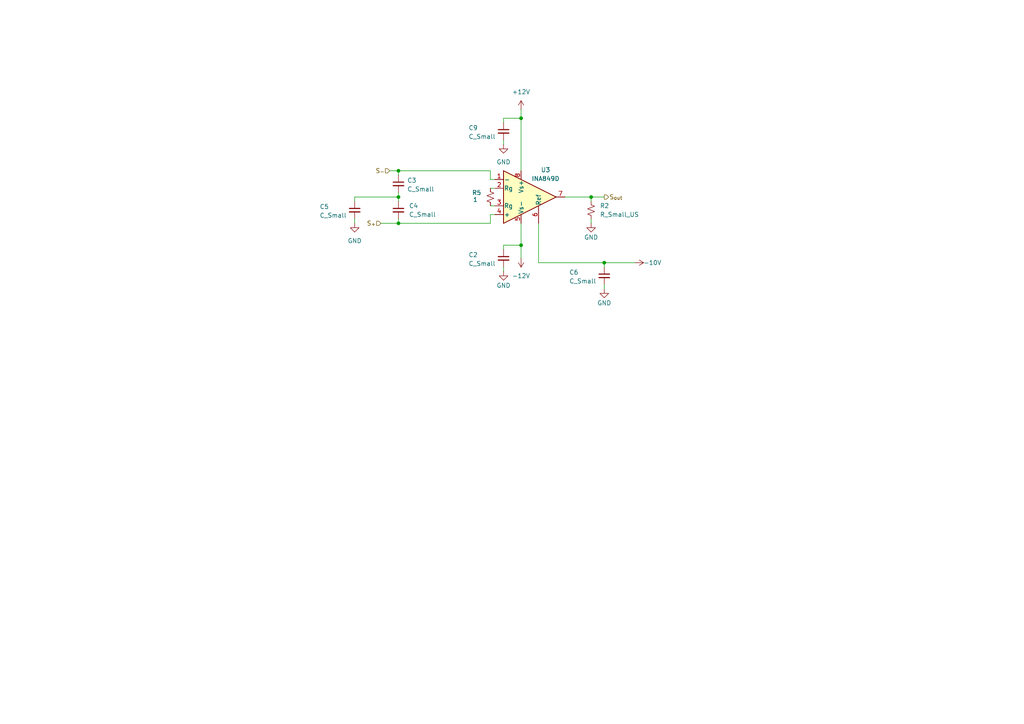
<source format=kicad_sch>
(kicad_sch (version 20250114) (generator "eeschema") (generator_version "9.0")
  (paper "A4")
  (lib_symbols
    (symbol "Device:C_Small" (pin_numbers (hide yes)) (pin_names (offset 0.254) (hide yes))
      (property "Reference" "C" (at 0.254 1.778 0))
      (property "Value" "C_Small" (at 0.254 -2.032 0))
      (symbol "C_Small_0_1"
        (polyline (pts (xy -1.524 0.508) (xy 1.524 0.508)) (stroke (width 0.3048)))
        (polyline (pts (xy -1.524 -0.508) (xy 1.524 -0.508)) (stroke (width 0.3302)))
      )
      (symbol "C_Small_1_1"
        (pin passive line (at 0 2.54 270) (length 2.032) (name "~") (number "1"))
        (pin passive line (at 0 -2.54 90) (length 2.032) (name "~") (number "2"))
      )
    )
    (symbol "Device:R_Small_US" (pin_numbers (hide yes)) (pin_names (offset 0.254) (hide yes))
      (property "Reference" "R" (at 0.762 0.508 0))
      (property "Value" "R_Small_US" (at 0.762 -1.016 0))
      (symbol "R_Small_US_1_1"
        (polyline (pts (xy 0 1.524) (xy 1.016 1.143) (xy 0 0.762) (xy -1.016 0.381) (xy 0 0)))
        (polyline (pts (xy 0 0) (xy 1.016 -0.381) (xy 0 -0.762) (xy -1.016 -1.143) (xy 0 -1.524)))
        (pin passive line (at 0 2.54 270) (length 1.016) (name "~") (number "1"))
        (pin passive line (at 0 -2.54 90) (length 1.016) (name "~") (number "2"))
      )
    )
    (symbol "Link Components:INA849D" (pin_names (offset 0.127))
      (property "Reference" "U1" (at 8.382 7.366 0))
      (property "Value" "INA849D" (at 8.382 4.826 0))
      (symbol "INA849D_0_1"
        (polyline (pts (xy -5.08 7.62) (xy -5.08 -7.62) (xy 10.16 0) (xy -5.08 7.62)) (stroke (width 0.254)) (fill (type background)))
      )
      (symbol "INA849D_1_1"
        (pin input line (at -7.62 5.08 0) (length 2.54) (name "-") (number "1"))
        (pin passive line (at -7.62 2.54 0) (length 2.54) (name "Rg") (number "2"))
        (pin passive line (at -7.62 -2.54 0) (length 2.54) (name "Rg") (number "3"))
        (pin input line (at -7.62 -5.08 0) (length 2.54) (name "+") (number "4"))
        (pin power_in line (at 0 7.62 270) (length 2.54) (name "Vs+") (number "8"))
        (pin power_in line (at 0 -7.62 90) (length 2.54) (name "Vs-") (number "5"))
        (pin passive line (at 5.08 -7.62 90) (length 5.08) (name "Ref") (number "6"))
        (pin output line (at 12.7 0 180) (length 2.54) (name "~") (number "7"))
      )
    )
    (symbol "power:+12V" (power) (pin_numbers (hide yes)) (pin_names (offset 0) (hide yes))
      (property "Value" "+12V" (at 0 3.556 0))
      (symbol "+12V_0_1"
        (polyline (pts (xy -0.762 1.27) (xy 0 2.54)))
        (polyline (pts (xy 0 2.54) (xy 0.762 1.27)))
        (polyline (pts (xy 0 0) (xy 0 2.54)))
      )
      (symbol "+12V_1_1"
        (pin power_in line (at 0 0 90) (length 0) (name "~") (number "1"))
      )
    )
    (symbol "power:GND" (power) (pin_numbers (hide yes)) (pin_names (offset 0) (hide yes))
      (property "Value" "GND" (at 0 -3.81 0))
      (symbol "GND_0_1"
        (polyline (pts (xy 0 0) (xy 0 -1.27) (xy 1.27 -1.27) (xy 0 -2.54) (xy -1.27 -1.27) (xy 0 -1.27)))
      )
      (symbol "GND_1_1"
        (pin power_in line (at 0 0 270) (length 0) (name "~") (number "1"))
      )
    )
  )
  (junction (at 151.13 71.12))
  (junction (at 115.57 57.15))
  (junction (at 151.13 34.29))
  (junction (at 175.26 76.2))
  (junction (at 115.57 64.77))
  (junction (at 115.57 49.53))
  (junction (at 171.45 57.15))
  (wire (pts (xy 151.13 34.29) (xy 146.05 34.29)))
  (wire (pts (xy 146.05 78.74) (xy 146.05 77.47)))
  (wire (pts (xy 151.13 64.77) (xy 151.13 71.12)))
  (wire (pts (xy 151.13 71.12) (xy 151.13 74.93)))
  (wire (pts (xy 115.57 50.8) (xy 115.57 49.53)))
  (wire (pts (xy 156.21 76.2) (xy 156.21 64.77)))
  (wire (pts (xy 142.24 64.77) (xy 142.24 62.23)))
  (wire (pts (xy 142.24 54.61) (xy 143.51 54.61)))
  (wire (pts (xy 110.49 64.77) (xy 115.57 64.77)))
  (wire (pts (xy 115.57 64.77) (xy 142.24 64.77)))
  (wire (pts (xy 102.87 63.5) (xy 102.87 64.77)))
  (wire (pts (xy 102.87 58.42) (xy 102.87 57.15)))
  (wire (pts (xy 156.21 76.2) (xy 175.26 76.2)))
  (wire (pts (xy 142.24 52.07) (xy 142.24 49.53)))
  (wire (pts (xy 113.03 49.53) (xy 115.57 49.53)))
  (wire (pts (xy 115.57 63.5) (xy 115.57 64.77)))
  (wire (pts (xy 142.24 52.07) (xy 143.51 52.07)))
  (wire (pts (xy 102.87 57.15) (xy 115.57 57.15)))
  (wire (pts (xy 115.57 49.53) (xy 142.24 49.53)))
  (wire (pts (xy 171.45 57.15) (xy 175.26 57.15)))
  (wire (pts (xy 175.26 76.2) (xy 184.15 76.2)))
  (wire (pts (xy 146.05 71.12) (xy 146.05 72.39)))
  (wire (pts (xy 171.45 64.77) (xy 171.45 63.5)))
  (wire (pts (xy 163.83 57.15) (xy 171.45 57.15)))
  (wire (pts (xy 142.24 62.23) (xy 143.51 62.23)))
  (wire (pts (xy 151.13 34.29) (xy 151.13 49.53)))
  (wire (pts (xy 142.24 59.69) (xy 143.51 59.69)))
  (wire (pts (xy 115.57 57.15) (xy 115.57 58.42)))
  (wire (pts (xy 115.57 55.88) (xy 115.57 57.15)))
  (wire (pts (xy 151.13 31.75) (xy 151.13 34.29)))
  (wire (pts (xy 171.45 58.42) (xy 171.45 57.15)))
  (wire (pts (xy 146.05 40.64) (xy 146.05 41.91)))
  (wire (pts (xy 151.13 71.12) (xy 146.05 71.12)))
  (wire (pts (xy 146.05 35.56) (xy 146.05 34.29)))
  (wire (pts (xy 175.26 77.47) (xy 175.26 76.2)))
  (wire (pts (xy 175.26 83.82) (xy 175.26 82.55)))
  (hierarchical_label "S_{+}" (shape input) (at 110.49 64.77 180))
  (hierarchical_label "S_{-}" (shape input) (at 113.03 49.53 180))
  (hierarchical_label "S_{out}" (shape output) (at 175.26 57.15 0))
  (symbol (lib_id "Device:C_Small") (at 102.87 60.96 0) (unit 1)
    (property "Reference" "C5" (at 92.71 59.944 0) (effects (justify left)))
    (property "Value" "C_Small" (at 92.71 62.484 0) (effects (justify left)))
    (property "Description" "Unpolarized capacitor, small symbol" (effects (hide yes)))
    (instances (project "epc-gain-link" (path "" (reference "C5") (unit 1)) (path "" (reference "C1") (unit 1))))
  )
  (symbol (lib_id "power:+12V") (at 151.13 31.75 0) (unit 1)
    (property "Reference" "#PWR030" (effects (hide yes)))
    (property "Value" "+12V" (at 151.13 26.67 0))
    (property "Description" "Power symbol creates a global label with name \"+12V\"" (effects (hide yes)))
    (instances (project "epc-gain-link" (path "" (reference "#PWR030") (unit 1)) (path "" (reference "#PWR05") (unit 1))))
  )
  (symbol (lib_id "power:GND") (at 175.26 83.82 0) (unit 1)
    (property "Reference" "#PWR033" (effects (hide yes)))
    (property "Value" "GND" (at 175.26 87.884 0))
    (property "Description" "Power symbol creates a global label with name \"GND\" , ground" (effects (hide yes)))
    (instances (project "epc-gain-link" (path "" (reference "#PWR033") (unit 1)) (path "" (reference "#PWR012") (unit 1))))
  )
  (symbol (lib_id "Device:C_Small") (at 146.05 38.1 0) (unit 1)
    (property "Reference" "C" (at 135.89 37.084 0) (effects (justify left)))
    (property "Value" "C_Small" (at 135.89 39.624 0) (effects (justify left)))
    (property "Description" "Unpolarized capacitor, small symbol" (effects (hide yes)))
    (instances (project "epc-gain-link" (path "" (reference "C9") (unit 1))))
  )
  (symbol (lib_id "power:GND") (at 102.87 64.77 0) (unit 1)
    (property "Reference" "#PWR027" (effects (hide yes)))
    (property "Value" "GND" (at 102.87 69.85 0))
    (property "Description" "Power symbol creates a global label with name \"GND\" , ground" (effects (hide yes)))
    (instances (project "epc-gain-link" (path "" (reference "#PWR027") (unit 1)) (path "" (reference "#PWR01") (unit 1))))
  )
  (symbol (lib_id "Link Components:INA849D") (at 151.13 57.15 0) (unit 1)
    (property "Reference" "U3" (at 158.242 49.276 0))
    (property "Value" "INA849D" (at 158.242 51.816 0))
    (property "Footprint" "Link Footprints:INA849" (effects (hide yes)))
    (property "Datasheet" "https://www.ti.com/lit/ds/symlink/ina849.pdf" (effects (hide yes)))
    (property "Description" "Ultra-Low-Noise (1 nV/√Hz), 28 MHz Bandwidth, Instrumentation Amplifier, Supply Range 8V to 36V, SOIC-8" (effects (hide yes)))
    (instances (project "epc-gain-link" (path "" (reference "U3") (unit 1)) (path "" (reference "U1") (unit 1))))
  )
  (symbol (lib_id "Device:C_Small") (at 146.05 74.93 0) (unit 1)
    (property "Reference" "C2" (at 135.89 73.914 0) (effects (justify left)))
    (property "Value" "C_Small" (at 135.89 76.454 0) (effects (justify left)))
    (property "Description" "Unpolarized capacitor, small symbol" (effects (hide yes)))
    (instances (project "epc-gain-link" (path "" (reference "C2") (unit 1)) (path "" (reference "C10") (unit 1))))
  )
  (symbol (lib_id "power:GND") (at 146.05 78.74 0) (unit 1)
    (property "Reference" "#PWR029" (effects (hide yes)))
    (property "Value" "GND" (at 146.05 82.804 0))
    (property "Description" "Power symbol creates a global label with name \"GND\" , ground" (effects (hide yes)))
    (instances (project "epc-gain-link" (path "" (reference "#PWR029") (unit 1)) (path "" (reference "#PWR03") (unit 1))))
  )
  (symbol (lib_id "power:GND") (at 146.05 41.91 0) (unit 1)
    (property "Reference" "#PWR028" (effects (hide yes)))
    (property "Value" "GND" (at 146.05 46.99 0))
    (property "Description" "Power symbol creates a global label with name \"GND\" , ground" (effects (hide yes)))
    (instances (project "epc-gain-link" (path "" (reference "#PWR028") (unit 1)) (path "" (reference "#PWR02") (unit 1))))
  )
  (symbol (lib_id "Device:R_Small_US") (at 171.45 60.96 0) (unit 1)
    (property "Reference" "R" (at 173.99 59.6899 0) (effects (justify left)))
    (property "Value" "R_Small_US" (at 173.99 62.2299 0) (effects (justify left)))
    (property "Description" "Resistor, small US symbol" (effects (hide yes)))
    (instances (project "epc-gain-link" (path "" (reference "R2") (unit 1))))
  )
  (symbol (lib_id "power:GND") (at 171.45 64.77 0) (unit 1)
    (property "Reference" "#PWR032" (effects (hide yes)))
    (property "Value" "GND" (at 171.45 68.834 0))
    (property "Description" "Power symbol creates a global label with name \"GND\" , ground" (effects (hide yes)))
    (instances (project "epc-gain-link" (path "" (reference "#PWR032") (unit 1)) (path "" (reference "#PWR011") (unit 1))))
  )
  (symbol (lib_id "Device:R_Small_US") (at 142.24 57.15 0) (unit 1)
    (property "Reference" "R5" (at 136.906 55.88 0) (effects (justify left)))
    (property "Value" "1" (at 137.16 57.912 0) (effects (justify left)))
    (property "Footprint" "Resistor_SMD:R_0805_2012Metric" (effects (hide yes)))
    (property "Description" "Resistor, small US symbol" (effects (hide yes)))
    (instances (project "epc-gain-link" (path "" (reference "R5") (unit 1)) (path "" (reference "R1") (unit 1))))
  )
  (symbol (lib_id "power:+12V") (at 151.13 74.93 180) (unit 1)
    (property "Reference" "#PWR031" (effects (hide yes)))
    (property "Value" "-12V" (at 151.13 80.01 0))
    (property "Description" "Power symbol creates a global label with name \"+12V\"" (effects (hide yes)))
    (instances (project "epc-gain-link" (path "" (reference "#PWR031") (unit 1)) (path "" (reference "#PWR010") (unit 1))))
  )
  (symbol (lib_id "Device:C_Small") (at 115.57 53.34 0) (unit 1)
    (property "Reference" "C3" (at 118.11 52.324 0) (effects (justify left)))
    (property "Value" "C_Small" (at 118.11 54.864 0) (effects (justify left)))
    (property "Description" "Unpolarized capacitor, small symbol" (effects (hide yes)))
    (instances (project "epc-gain-link" (path "" (reference "C3") (unit 1)) (path "" (reference "C7") (unit 1))))
  )
  (symbol (lib_id "Device:C_Small") (at 175.26 80.01 0) (unit 1)
    (property "Reference" "C6" (at 165.1 78.994 0) (effects (justify left)))
    (property "Value" "C_Small" (at 165.1 81.534 0) (effects (justify left)))
    (property "Description" "Unpolarized capacitor, small symbol" (effects (hide yes)))
    (instances (project "epc-gain-link" (path "" (reference "C6") (unit 1)) (path "" (reference "C11") (unit 1))))
  )
  (symbol (lib_id "power:+12V") (at 184.15 76.2 270) (unit 1)
    (property "Reference" "#PWR034" (effects (hide yes)))
    (property "Value" "-10V" (at 189.23 76.2 90))
    (property "Description" "Power symbol creates a global label with name \"+12V\"" (effects (hide yes)))
    (instances (project "epc-gain-link" (path "" (reference "#PWR034") (unit 1)) (path "" (reference "#PWR013") (unit 1))))
  )
  (symbol (lib_id "Device:C_Small") (at 115.57 60.96 0) (unit 1)
    (property "Reference" "C4" (at 118.618 59.69 0) (effects (justify left)))
    (property "Value" "C_Small" (at 118.618 62.23 0) (effects (justify left)))
    (property "Description" "Unpolarized capacitor, small symbol" (effects (hide yes)))
    (instances (project "epc-gain-link" (path "" (reference "C4") (unit 1)) (path "" (reference "C8") (unit 1))))
  )
)
</source>
